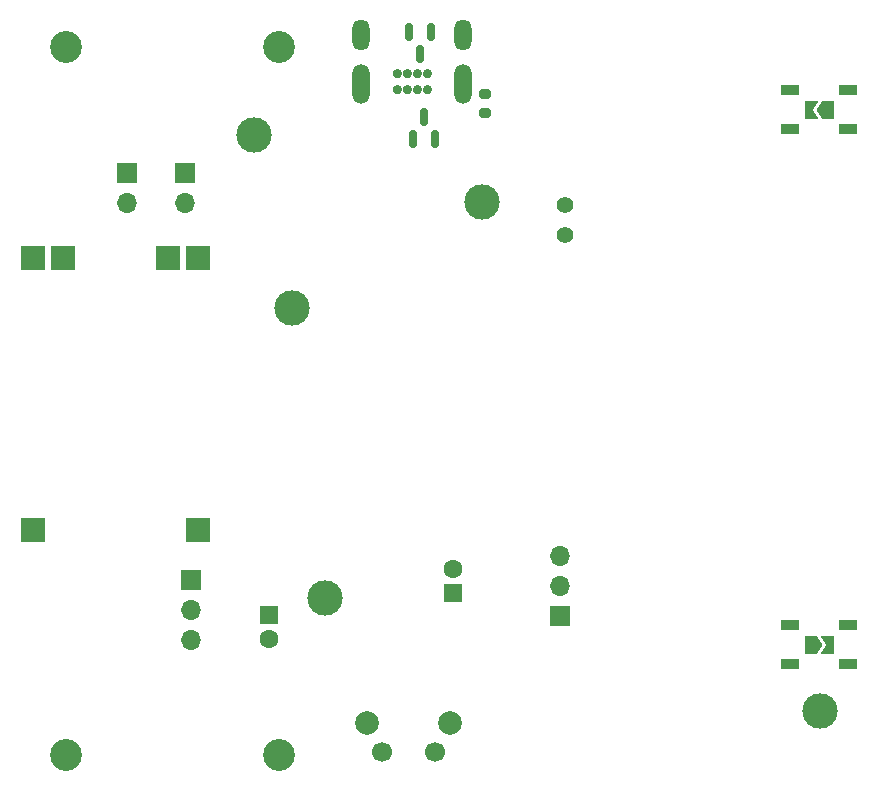
<source format=gbr>
%TF.GenerationSoftware,KiCad,Pcbnew,8.0.7*%
%TF.CreationDate,2025-02-05T21:47:27-05:00*%
%TF.ProjectId,SHERPENT20250113,53484552-5045-44e5-9432-303235303131,rev?*%
%TF.SameCoordinates,Original*%
%TF.FileFunction,Soldermask,Bot*%
%TF.FilePolarity,Negative*%
%FSLAX46Y46*%
G04 Gerber Fmt 4.6, Leading zero omitted, Abs format (unit mm)*
G04 Created by KiCad (PCBNEW 8.0.7) date 2025-02-05 21:47:27*
%MOMM*%
%LPD*%
G01*
G04 APERTURE LIST*
G04 Aperture macros list*
%AMRoundRect*
0 Rectangle with rounded corners*
0 $1 Rounding radius*
0 $2 $3 $4 $5 $6 $7 $8 $9 X,Y pos of 4 corners*
0 Add a 4 corners polygon primitive as box body*
4,1,4,$2,$3,$4,$5,$6,$7,$8,$9,$2,$3,0*
0 Add four circle primitives for the rounded corners*
1,1,$1+$1,$2,$3*
1,1,$1+$1,$4,$5*
1,1,$1+$1,$6,$7*
1,1,$1+$1,$8,$9*
0 Add four rect primitives between the rounded corners*
20,1,$1+$1,$2,$3,$4,$5,0*
20,1,$1+$1,$4,$5,$6,$7,0*
20,1,$1+$1,$6,$7,$8,$9,0*
20,1,$1+$1,$8,$9,$2,$3,0*%
%AMFreePoly0*
4,1,6,1.000000,0.000000,0.500000,-0.750000,-0.500000,-0.750000,-0.500000,0.750000,0.500000,0.750000,1.000000,0.000000,1.000000,0.000000,$1*%
%AMFreePoly1*
4,1,6,0.500000,-0.750000,-0.650000,-0.750000,-0.150000,0.000000,-0.650000,0.750000,0.500000,0.750000,0.500000,-0.750000,0.500000,-0.750000,$1*%
G04 Aperture macros list end*
%ADD10C,0.387500*%
%ADD11C,3.000000*%
%ADD12C,2.700000*%
%ADD13R,1.600000X1.600000*%
%ADD14C,1.600000*%
%ADD15R,1.700000X1.700000*%
%ADD16O,1.700000X1.700000*%
%ADD17O,1.452400X2.652400*%
%ADD18O,1.452400X3.352400*%
%ADD19C,1.400000*%
%ADD20R,2.000000X2.000000*%
%ADD21C,1.700000*%
%ADD22C,2.000000*%
%ADD23RoundRect,0.150000X0.150000X-0.587500X0.150000X0.587500X-0.150000X0.587500X-0.150000X-0.587500X0*%
%ADD24RoundRect,0.200000X-0.275000X0.200000X-0.275000X-0.200000X0.275000X-0.200000X0.275000X0.200000X0*%
%ADD25RoundRect,0.090000X0.660000X0.360000X-0.660000X0.360000X-0.660000X-0.360000X0.660000X-0.360000X0*%
%ADD26RoundRect,0.150000X-0.150000X0.587500X-0.150000X-0.587500X0.150000X-0.587500X0.150000X0.587500X0*%
%ADD27RoundRect,0.090000X-0.660000X-0.360000X0.660000X-0.360000X0.660000X0.360000X-0.660000X0.360000X0*%
%ADD28FreePoly0,180.000000*%
%ADD29FreePoly1,180.000000*%
%ADD30FreePoly0,0.000000*%
%ADD31FreePoly1,0.000000*%
G04 APERTURE END LIST*
D10*
%TO.C,J1*%
X167248550Y-75299200D02*
G75*
G02*
X166861050Y-75299200I-193750J0D01*
G01*
X166861050Y-75299200D02*
G75*
G02*
X167248550Y-75299200I193750J0D01*
G01*
X167248550Y-76649200D02*
G75*
G02*
X166861050Y-76649200I-193750J0D01*
G01*
X166861050Y-76649200D02*
G75*
G02*
X167248550Y-76649200I193750J0D01*
G01*
X168098550Y-75299200D02*
G75*
G02*
X167711050Y-75299200I-193750J0D01*
G01*
X167711050Y-75299200D02*
G75*
G02*
X168098550Y-75299200I193750J0D01*
G01*
X168098550Y-76649200D02*
G75*
G02*
X167711050Y-76649200I-193750J0D01*
G01*
X167711050Y-76649200D02*
G75*
G02*
X168098550Y-76649200I193750J0D01*
G01*
X168948550Y-75299200D02*
G75*
G02*
X168561050Y-75299200I-193750J0D01*
G01*
X168561050Y-75299200D02*
G75*
G02*
X168948550Y-75299200I193750J0D01*
G01*
X168948550Y-76649200D02*
G75*
G02*
X168561050Y-76649200I-193750J0D01*
G01*
X168561050Y-76649200D02*
G75*
G02*
X168948550Y-76649200I193750J0D01*
G01*
X169798550Y-75299200D02*
G75*
G02*
X169411050Y-75299200I-193750J0D01*
G01*
X169411050Y-75299200D02*
G75*
G02*
X169798550Y-75299200I193750J0D01*
G01*
X169798550Y-76649200D02*
G75*
G02*
X169411050Y-76649200I-193750J0D01*
G01*
X169411050Y-76649200D02*
G75*
G02*
X169798550Y-76649200I193750J0D01*
G01*
%TD*%
D11*
%TO.C,TP1*%
X154927200Y-80467600D03*
%TD*%
D12*
%TO.C,H2*%
X157000000Y-73000000D03*
%TD*%
%TO.C,H3*%
X139000000Y-133000000D03*
%TD*%
D11*
%TO.C,TP7*%
X158153000Y-95148800D03*
%TD*%
D13*
%TO.C,C8*%
X171800000Y-119255113D03*
D14*
X171800000Y-117255113D03*
%TD*%
D12*
%TO.C,H1*%
X139000000Y-73000000D03*
%TD*%
D11*
%TO.C,NEO-END1*%
X202857000Y-129235600D03*
%TD*%
%TO.C,TP4*%
X174200000Y-86200000D03*
%TD*%
D15*
%TO.C,J2*%
X149600000Y-118175000D03*
D16*
X149600000Y-120715000D03*
X149600000Y-123255000D03*
%TD*%
D15*
%TO.C,BT1*%
X149053945Y-83687345D03*
D16*
X149053945Y-86227345D03*
%TD*%
D17*
%TO.C,J1*%
X172649800Y-71999200D03*
X164009800Y-71999200D03*
D18*
X172649800Y-76149200D03*
X164009800Y-76149200D03*
%TD*%
D13*
%TO.C,C7*%
X156200000Y-121144888D03*
D14*
X156200000Y-123144888D03*
%TD*%
D15*
%TO.C,J3*%
X180860600Y-121234600D03*
D16*
X180860600Y-118694600D03*
X180860600Y-116154600D03*
%TD*%
D19*
%TO.C,JP19*%
X181267000Y-88931200D03*
X181267000Y-86391200D03*
%TD*%
D12*
%TO.C,H4*%
X157000000Y-133000000D03*
%TD*%
D15*
%TO.C,BT2*%
X144159545Y-83661945D03*
D16*
X144159545Y-86201945D03*
%TD*%
D20*
%TO.C,U4*%
X136187500Y-113912500D03*
X150187500Y-113912500D03*
X136187500Y-90912500D03*
X150187500Y-90912500D03*
X138727500Y-90912500D03*
X147647500Y-90912500D03*
%TD*%
D11*
%TO.C,TP2*%
X160900000Y-119700000D03*
%TD*%
D21*
%TO.C,SW1*%
X165750000Y-132750000D03*
X170250000Y-132750000D03*
D22*
X164500000Y-130250000D03*
X171500000Y-130250000D03*
%TD*%
D23*
%TO.C,D27*%
X170250000Y-80837500D03*
X168350000Y-80837500D03*
X169300000Y-78962500D03*
%TD*%
D24*
%TO.C,R25*%
X174500000Y-77000000D03*
X174500000Y-78650000D03*
%TD*%
D25*
%TO.C,D19*%
X205242400Y-121975000D03*
X205242400Y-125275000D03*
X200342400Y-125275000D03*
X200342400Y-121975000D03*
%TD*%
D26*
%TO.C,D26*%
X168050000Y-71762500D03*
X169950000Y-71762500D03*
X169000000Y-73637500D03*
%TD*%
D27*
%TO.C,D7*%
X200342400Y-79998200D03*
X200342400Y-76698200D03*
X205242400Y-76698200D03*
X205242400Y-79998200D03*
%TD*%
D28*
%TO.C,JP1*%
X203517400Y-78348200D03*
D29*
X202067400Y-78348200D03*
%TD*%
D30*
%TO.C,JP15*%
X202067400Y-123625000D03*
D31*
X203517400Y-123625000D03*
%TD*%
M02*

</source>
